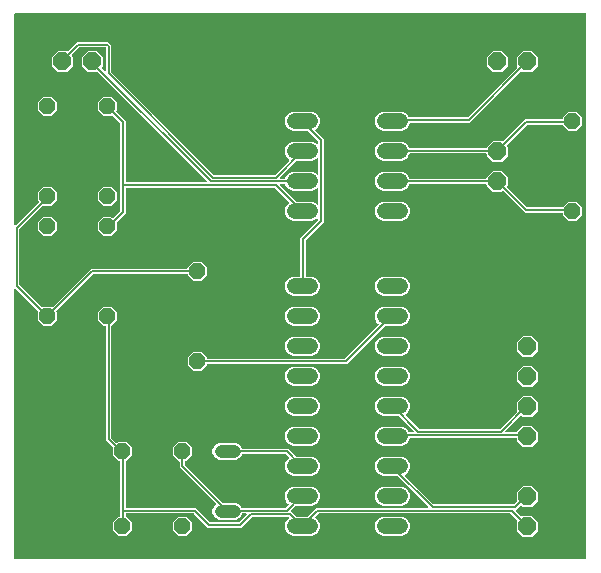
<source format=gbr>
G04 EAGLE Gerber RS-274X export*
G75*
%MOMM*%
%FSLAX34Y34*%
%LPD*%
%INTop Copper*%
%IPPOS*%
%AMOC8*
5,1,8,0,0,1.08239X$1,22.5*%
G01*
%ADD10P,1.632244X8X202.500000*%
%ADD11P,1.429621X8X202.500000*%
%ADD12P,1.632244X8X22.500000*%
%ADD13C,1.320800*%
%ADD14C,1.117600*%
%ADD15P,1.429621X8X112.500000*%
%ADD16P,1.632244X8X112.500000*%
%ADD17C,0.152400*%

G36*
X493798Y10164D02*
X493798Y10164D01*
X493817Y10162D01*
X493919Y10184D01*
X494021Y10200D01*
X494038Y10210D01*
X494058Y10214D01*
X494147Y10267D01*
X494238Y10316D01*
X494252Y10330D01*
X494269Y10340D01*
X494336Y10419D01*
X494408Y10494D01*
X494416Y10512D01*
X494429Y10527D01*
X494468Y10623D01*
X494511Y10717D01*
X494513Y10737D01*
X494521Y10755D01*
X494539Y10922D01*
X494539Y471578D01*
X494536Y471598D01*
X494538Y471617D01*
X494516Y471719D01*
X494500Y471821D01*
X494490Y471838D01*
X494486Y471858D01*
X494433Y471947D01*
X494384Y472038D01*
X494370Y472052D01*
X494360Y472069D01*
X494281Y472136D01*
X494206Y472208D01*
X494188Y472216D01*
X494173Y472229D01*
X494077Y472268D01*
X493983Y472311D01*
X493963Y472313D01*
X493945Y472321D01*
X493778Y472339D01*
X10922Y472339D01*
X10902Y472336D01*
X10883Y472338D01*
X10781Y472316D01*
X10679Y472300D01*
X10662Y472290D01*
X10642Y472286D01*
X10553Y472233D01*
X10462Y472184D01*
X10448Y472170D01*
X10431Y472160D01*
X10364Y472081D01*
X10292Y472006D01*
X10284Y471988D01*
X10271Y471973D01*
X10232Y471877D01*
X10189Y471783D01*
X10187Y471763D01*
X10179Y471745D01*
X10161Y471578D01*
X10161Y293616D01*
X10172Y293546D01*
X10174Y293474D01*
X10192Y293425D01*
X10200Y293374D01*
X10234Y293310D01*
X10259Y293243D01*
X10291Y293202D01*
X10316Y293156D01*
X10367Y293107D01*
X10412Y293051D01*
X10456Y293023D01*
X10494Y292987D01*
X10559Y292957D01*
X10619Y292918D01*
X10670Y292905D01*
X10717Y292883D01*
X10788Y292875D01*
X10858Y292858D01*
X10910Y292862D01*
X10961Y292856D01*
X11032Y292871D01*
X11103Y292877D01*
X11151Y292897D01*
X11202Y292908D01*
X11263Y292945D01*
X11329Y292973D01*
X11385Y293018D01*
X11413Y293035D01*
X11428Y293052D01*
X11460Y293078D01*
X30705Y312323D01*
X30717Y312339D01*
X30732Y312351D01*
X30788Y312439D01*
X30848Y312523D01*
X30854Y312542D01*
X30865Y312558D01*
X30890Y312659D01*
X30921Y312758D01*
X30920Y312778D01*
X30925Y312797D01*
X30917Y312900D01*
X30914Y313004D01*
X30908Y313022D01*
X30906Y313042D01*
X30866Y313137D01*
X30830Y313235D01*
X30817Y313250D01*
X30810Y313268D01*
X30705Y313399D01*
X29971Y314133D01*
X29971Y320867D01*
X34733Y325629D01*
X41467Y325629D01*
X46229Y320867D01*
X46229Y314133D01*
X41467Y309371D01*
X34537Y309371D01*
X34446Y309357D01*
X34356Y309349D01*
X34326Y309337D01*
X34294Y309332D01*
X34213Y309289D01*
X34129Y309253D01*
X34097Y309227D01*
X34076Y309216D01*
X34054Y309193D01*
X33998Y309148D01*
X14702Y289852D01*
X14649Y289778D01*
X14589Y289708D01*
X14577Y289678D01*
X14558Y289652D01*
X14531Y289565D01*
X14497Y289480D01*
X14493Y289439D01*
X14486Y289417D01*
X14487Y289385D01*
X14479Y289313D01*
X14479Y243071D01*
X14480Y243064D01*
X14480Y243062D01*
X14493Y242980D01*
X14501Y242890D01*
X14513Y242860D01*
X14518Y242828D01*
X14561Y242747D01*
X14597Y242663D01*
X14623Y242631D01*
X14634Y242610D01*
X14657Y242588D01*
X14702Y242532D01*
X33431Y223803D01*
X33447Y223791D01*
X33459Y223776D01*
X33547Y223720D01*
X33631Y223660D01*
X33650Y223654D01*
X33666Y223643D01*
X33767Y223618D01*
X33866Y223587D01*
X33886Y223588D01*
X33905Y223583D01*
X34008Y223591D01*
X34111Y223594D01*
X34130Y223600D01*
X34150Y223602D01*
X34245Y223642D01*
X34343Y223678D01*
X34358Y223691D01*
X34376Y223698D01*
X34507Y223803D01*
X34733Y224029D01*
X41467Y224029D01*
X41693Y223803D01*
X41709Y223791D01*
X41721Y223776D01*
X41808Y223720D01*
X41892Y223660D01*
X41911Y223654D01*
X41928Y223643D01*
X42029Y223618D01*
X42127Y223587D01*
X42147Y223588D01*
X42167Y223583D01*
X42270Y223591D01*
X42373Y223594D01*
X42392Y223600D01*
X42412Y223602D01*
X42507Y223642D01*
X42604Y223678D01*
X42620Y223691D01*
X42638Y223698D01*
X42769Y223803D01*
X75253Y256287D01*
X156210Y256287D01*
X156230Y256290D01*
X156249Y256288D01*
X156351Y256310D01*
X156453Y256326D01*
X156470Y256336D01*
X156490Y256340D01*
X156579Y256393D01*
X156670Y256442D01*
X156684Y256456D01*
X156701Y256466D01*
X156768Y256545D01*
X156840Y256620D01*
X156848Y256638D01*
X156861Y256653D01*
X156900Y256749D01*
X156943Y256843D01*
X156945Y256863D01*
X156953Y256881D01*
X156971Y257048D01*
X156971Y257367D01*
X161733Y262129D01*
X168467Y262129D01*
X173229Y257367D01*
X173229Y250633D01*
X168467Y245871D01*
X161733Y245871D01*
X156971Y250633D01*
X156971Y250952D01*
X156968Y250972D01*
X156970Y250991D01*
X156948Y251093D01*
X156932Y251195D01*
X156922Y251212D01*
X156918Y251232D01*
X156865Y251321D01*
X156816Y251412D01*
X156802Y251426D01*
X156792Y251443D01*
X156713Y251510D01*
X156638Y251582D01*
X156620Y251590D01*
X156605Y251603D01*
X156509Y251642D01*
X156415Y251685D01*
X156395Y251687D01*
X156377Y251695D01*
X156210Y251713D01*
X77463Y251713D01*
X77372Y251699D01*
X77282Y251691D01*
X77252Y251679D01*
X77220Y251674D01*
X77139Y251631D01*
X77055Y251595D01*
X77023Y251569D01*
X77002Y251558D01*
X76980Y251535D01*
X76924Y251490D01*
X46003Y220569D01*
X45991Y220553D01*
X45976Y220541D01*
X45920Y220453D01*
X45860Y220369D01*
X45854Y220350D01*
X45843Y220334D01*
X45818Y220233D01*
X45787Y220134D01*
X45788Y220114D01*
X45783Y220095D01*
X45791Y219992D01*
X45794Y219889D01*
X45800Y219870D01*
X45802Y219850D01*
X45842Y219755D01*
X45878Y219657D01*
X45891Y219642D01*
X45898Y219624D01*
X46003Y219493D01*
X46229Y219267D01*
X46229Y212533D01*
X41467Y207771D01*
X34733Y207771D01*
X29971Y212533D01*
X29971Y219267D01*
X30197Y219493D01*
X30209Y219509D01*
X30224Y219521D01*
X30280Y219608D01*
X30340Y219692D01*
X30346Y219711D01*
X30357Y219728D01*
X30382Y219829D01*
X30413Y219927D01*
X30412Y219947D01*
X30417Y219967D01*
X30409Y220070D01*
X30406Y220173D01*
X30400Y220192D01*
X30398Y220212D01*
X30358Y220307D01*
X30322Y220404D01*
X30309Y220420D01*
X30302Y220438D01*
X30197Y220569D01*
X11469Y239297D01*
X11461Y239305D01*
X11403Y239347D01*
X11350Y239397D01*
X11304Y239419D01*
X11262Y239449D01*
X11193Y239470D01*
X11127Y239501D01*
X11076Y239506D01*
X11027Y239522D01*
X10955Y239520D01*
X10883Y239528D01*
X10832Y239517D01*
X10781Y239516D01*
X10713Y239491D01*
X10642Y239476D01*
X10598Y239449D01*
X10550Y239432D01*
X10493Y239386D01*
X10431Y239349D01*
X10398Y239310D01*
X10358Y239278D01*
X10318Y239217D01*
X10271Y239162D01*
X10252Y239115D01*
X10224Y239072D01*
X10206Y239002D01*
X10179Y238934D01*
X10171Y238864D01*
X10164Y238833D01*
X10165Y238810D01*
X10161Y238768D01*
X10161Y10922D01*
X10164Y10902D01*
X10162Y10883D01*
X10184Y10781D01*
X10200Y10679D01*
X10210Y10662D01*
X10214Y10642D01*
X10267Y10553D01*
X10316Y10462D01*
X10330Y10448D01*
X10340Y10431D01*
X10419Y10364D01*
X10494Y10292D01*
X10512Y10284D01*
X10527Y10271D01*
X10623Y10232D01*
X10717Y10189D01*
X10737Y10187D01*
X10755Y10179D01*
X10922Y10161D01*
X493778Y10161D01*
X493798Y10164D01*
G37*
%LPC*%
G36*
X245779Y233171D02*
X245779Y233171D01*
X242791Y234409D01*
X240505Y236695D01*
X239267Y239683D01*
X239267Y242917D01*
X240505Y245905D01*
X242791Y248191D01*
X245779Y249429D01*
X251460Y249429D01*
X251480Y249432D01*
X251499Y249430D01*
X251601Y249452D01*
X251703Y249468D01*
X251720Y249478D01*
X251740Y249482D01*
X251829Y249535D01*
X251920Y249584D01*
X251934Y249598D01*
X251951Y249608D01*
X252018Y249687D01*
X252090Y249762D01*
X252098Y249780D01*
X252111Y249795D01*
X252150Y249891D01*
X252193Y249985D01*
X252195Y250005D01*
X252203Y250023D01*
X252221Y250190D01*
X252221Y282379D01*
X267238Y297396D01*
X267283Y297459D01*
X267308Y297485D01*
X267313Y297495D01*
X267351Y297540D01*
X267363Y297570D01*
X267382Y297596D01*
X267409Y297683D01*
X267443Y297768D01*
X267447Y297809D01*
X267454Y297831D01*
X267453Y297863D01*
X267461Y297935D01*
X267461Y298324D01*
X267450Y298394D01*
X267448Y298466D01*
X267430Y298515D01*
X267422Y298566D01*
X267388Y298630D01*
X267363Y298697D01*
X267331Y298738D01*
X267306Y298784D01*
X267254Y298833D01*
X267210Y298889D01*
X267166Y298917D01*
X267128Y298953D01*
X267063Y298983D01*
X267003Y299022D01*
X266952Y299035D01*
X266905Y299057D01*
X266834Y299065D01*
X266764Y299082D01*
X266712Y299078D01*
X266661Y299084D01*
X266590Y299069D01*
X266519Y299063D01*
X266471Y299043D01*
X266420Y299032D01*
X266359Y298995D01*
X266293Y298967D01*
X266237Y298922D01*
X266209Y298905D01*
X266194Y298888D01*
X266162Y298862D01*
X265209Y297909D01*
X262221Y296671D01*
X245779Y296671D01*
X242791Y297909D01*
X240505Y300195D01*
X239267Y303183D01*
X239267Y306417D01*
X240505Y309405D01*
X242795Y311695D01*
X242807Y311711D01*
X242822Y311723D01*
X242878Y311810D01*
X242938Y311894D01*
X242944Y311913D01*
X242955Y311930D01*
X242980Y312031D01*
X243011Y312129D01*
X243010Y312149D01*
X243015Y312169D01*
X243007Y312272D01*
X243004Y312375D01*
X242998Y312394D01*
X242996Y312414D01*
X242956Y312509D01*
X242920Y312606D01*
X242907Y312622D01*
X242900Y312640D01*
X242795Y312771D01*
X230924Y324642D01*
X230850Y324695D01*
X230780Y324755D01*
X230750Y324767D01*
X230724Y324786D01*
X230637Y324813D01*
X230552Y324847D01*
X230511Y324851D01*
X230489Y324858D01*
X230457Y324857D01*
X230385Y324865D01*
X105156Y324865D01*
X105136Y324862D01*
X105117Y324864D01*
X105015Y324842D01*
X104913Y324826D01*
X104896Y324816D01*
X104876Y324812D01*
X104787Y324759D01*
X104696Y324710D01*
X104682Y324696D01*
X104665Y324686D01*
X104598Y324607D01*
X104526Y324532D01*
X104518Y324514D01*
X104505Y324499D01*
X104466Y324403D01*
X104423Y324309D01*
X104421Y324289D01*
X104413Y324271D01*
X104395Y324104D01*
X104395Y303345D01*
X97252Y296202D01*
X97199Y296128D01*
X97139Y296058D01*
X97127Y296028D01*
X97108Y296002D01*
X97081Y295915D01*
X97047Y295830D01*
X97043Y295789D01*
X97036Y295767D01*
X97037Y295735D01*
X97029Y295663D01*
X97029Y288733D01*
X92267Y283971D01*
X85533Y283971D01*
X80771Y288733D01*
X80771Y295467D01*
X85533Y300229D01*
X92267Y300229D01*
X93001Y299495D01*
X93017Y299483D01*
X93029Y299468D01*
X93116Y299412D01*
X93200Y299352D01*
X93219Y299346D01*
X93236Y299335D01*
X93337Y299310D01*
X93435Y299279D01*
X93455Y299280D01*
X93475Y299275D01*
X93578Y299283D01*
X93681Y299286D01*
X93700Y299292D01*
X93720Y299294D01*
X93815Y299334D01*
X93912Y299370D01*
X93928Y299383D01*
X93946Y299390D01*
X94077Y299495D01*
X99598Y305016D01*
X99645Y305081D01*
X99661Y305098D01*
X99664Y305105D01*
X99711Y305160D01*
X99723Y305190D01*
X99742Y305216D01*
X99769Y305303D01*
X99803Y305388D01*
X99807Y305429D01*
X99814Y305451D01*
X99813Y305483D01*
X99821Y305555D01*
X99821Y379229D01*
X99807Y379320D01*
X99799Y379410D01*
X99787Y379440D01*
X99782Y379472D01*
X99739Y379553D01*
X99703Y379637D01*
X99677Y379669D01*
X99666Y379690D01*
X99643Y379712D01*
X99598Y379768D01*
X93569Y385797D01*
X93553Y385809D01*
X93541Y385824D01*
X93453Y385880D01*
X93369Y385940D01*
X93350Y385946D01*
X93334Y385957D01*
X93233Y385982D01*
X93134Y386013D01*
X93114Y386012D01*
X93095Y386017D01*
X92992Y386009D01*
X92889Y386006D01*
X92870Y386000D01*
X92850Y385998D01*
X92755Y385958D01*
X92657Y385922D01*
X92642Y385909D01*
X92624Y385902D01*
X92493Y385797D01*
X92267Y385571D01*
X85533Y385571D01*
X80771Y390333D01*
X80771Y397067D01*
X85533Y401829D01*
X92267Y401829D01*
X97029Y397067D01*
X97029Y390333D01*
X96803Y390107D01*
X96791Y390091D01*
X96776Y390079D01*
X96720Y389992D01*
X96660Y389908D01*
X96654Y389889D01*
X96643Y389872D01*
X96618Y389771D01*
X96587Y389673D01*
X96588Y389653D01*
X96583Y389633D01*
X96591Y389530D01*
X96594Y389427D01*
X96600Y389408D01*
X96602Y389388D01*
X96642Y389293D01*
X96678Y389196D01*
X96691Y389180D01*
X96698Y389162D01*
X96803Y389031D01*
X104395Y381439D01*
X104395Y330200D01*
X104398Y330180D01*
X104396Y330161D01*
X104418Y330059D01*
X104434Y329957D01*
X104444Y329940D01*
X104448Y329920D01*
X104501Y329831D01*
X104550Y329740D01*
X104564Y329726D01*
X104574Y329709D01*
X104653Y329642D01*
X104728Y329570D01*
X104746Y329562D01*
X104761Y329549D01*
X104857Y329510D01*
X104951Y329467D01*
X104971Y329465D01*
X104989Y329457D01*
X105156Y329439D01*
X172474Y329439D01*
X172544Y329450D01*
X172616Y329452D01*
X172665Y329470D01*
X172716Y329478D01*
X172780Y329512D01*
X172847Y329537D01*
X172888Y329569D01*
X172934Y329594D01*
X172983Y329645D01*
X173039Y329690D01*
X173067Y329734D01*
X173103Y329772D01*
X173133Y329837D01*
X173172Y329897D01*
X173185Y329948D01*
X173207Y329995D01*
X173215Y330066D01*
X173232Y330136D01*
X173228Y330188D01*
X173234Y330239D01*
X173219Y330310D01*
X173213Y330381D01*
X173193Y330429D01*
X173182Y330480D01*
X173145Y330541D01*
X173117Y330607D01*
X173072Y330663D01*
X173055Y330691D01*
X173038Y330706D01*
X173012Y330738D01*
X81023Y422727D01*
X81007Y422739D01*
X80994Y422754D01*
X80907Y422810D01*
X80823Y422871D01*
X80804Y422876D01*
X80787Y422887D01*
X80687Y422912D01*
X80588Y422943D01*
X80568Y422942D01*
X80549Y422947D01*
X80446Y422939D01*
X80342Y422937D01*
X80324Y422930D01*
X80304Y422928D01*
X80209Y422888D01*
X80111Y422852D01*
X80096Y422840D01*
X80077Y422832D01*
X79957Y422735D01*
X72445Y422735D01*
X67135Y428045D01*
X67135Y435555D01*
X72445Y440865D01*
X79955Y440865D01*
X85265Y435555D01*
X85265Y428045D01*
X84257Y427038D01*
X84245Y427021D01*
X84230Y427009D01*
X84174Y426922D01*
X84113Y426838D01*
X84108Y426819D01*
X84097Y426802D01*
X84071Y426702D01*
X84041Y426603D01*
X84042Y426583D01*
X84037Y426563D01*
X84045Y426460D01*
X84047Y426357D01*
X84054Y426338D01*
X84056Y426318D01*
X84096Y426223D01*
X84132Y426126D01*
X84144Y426110D01*
X84152Y426092D01*
X84257Y425961D01*
X86330Y423888D01*
X86388Y423846D01*
X86440Y423797D01*
X86487Y423775D01*
X86529Y423745D01*
X86598Y423724D01*
X86663Y423693D01*
X86715Y423688D01*
X86765Y423672D01*
X86836Y423674D01*
X86907Y423666D01*
X86958Y423677D01*
X87010Y423679D01*
X87078Y423703D01*
X87148Y423718D01*
X87192Y423745D01*
X87241Y423763D01*
X87297Y423808D01*
X87359Y423845D01*
X87393Y423884D01*
X87433Y423917D01*
X87472Y423977D01*
X87519Y424032D01*
X87538Y424080D01*
X87566Y424124D01*
X87584Y424193D01*
X87611Y424260D01*
X87619Y424331D01*
X87627Y424362D01*
X87625Y424386D01*
X87629Y424426D01*
X87629Y442976D01*
X87626Y442996D01*
X87628Y443015D01*
X87606Y443117D01*
X87590Y443219D01*
X87580Y443236D01*
X87576Y443256D01*
X87523Y443345D01*
X87474Y443436D01*
X87460Y443450D01*
X87450Y443467D01*
X87371Y443534D01*
X87296Y443606D01*
X87278Y443614D01*
X87263Y443627D01*
X87167Y443666D01*
X87073Y443709D01*
X87053Y443711D01*
X87035Y443719D01*
X86868Y443737D01*
X65271Y443737D01*
X65180Y443723D01*
X65090Y443715D01*
X65060Y443703D01*
X65028Y443698D01*
X64947Y443655D01*
X64863Y443619D01*
X64831Y443593D01*
X64810Y443582D01*
X64788Y443559D01*
X64732Y443514D01*
X58857Y437639D01*
X58845Y437623D01*
X58830Y437610D01*
X58774Y437523D01*
X58713Y437439D01*
X58708Y437420D01*
X58697Y437404D01*
X58671Y437303D01*
X58641Y437204D01*
X58642Y437184D01*
X58637Y437165D01*
X58645Y437062D01*
X58647Y436958D01*
X58654Y436940D01*
X58656Y436920D01*
X58696Y436825D01*
X58732Y436727D01*
X58744Y436712D01*
X58752Y436693D01*
X58857Y436562D01*
X59865Y435555D01*
X59865Y428045D01*
X54555Y422735D01*
X47045Y422735D01*
X41735Y428045D01*
X41735Y435555D01*
X47045Y440865D01*
X54558Y440865D01*
X54563Y440861D01*
X54575Y440846D01*
X54662Y440790D01*
X54746Y440729D01*
X54765Y440724D01*
X54782Y440713D01*
X54882Y440688D01*
X54981Y440657D01*
X55001Y440658D01*
X55021Y440653D01*
X55124Y440661D01*
X55227Y440663D01*
X55246Y440670D01*
X55266Y440672D01*
X55361Y440712D01*
X55458Y440748D01*
X55474Y440760D01*
X55492Y440768D01*
X55623Y440873D01*
X63061Y448311D01*
X89339Y448311D01*
X92203Y445447D01*
X92203Y422903D01*
X92217Y422812D01*
X92225Y422722D01*
X92237Y422692D01*
X92242Y422660D01*
X92285Y422579D01*
X92321Y422495D01*
X92347Y422463D01*
X92358Y422442D01*
X92381Y422420D01*
X92426Y422364D01*
X179032Y335758D01*
X179106Y335705D01*
X179176Y335645D01*
X179206Y335633D01*
X179232Y335614D01*
X179319Y335587D01*
X179404Y335553D01*
X179445Y335549D01*
X179467Y335542D01*
X179499Y335543D01*
X179571Y335535D01*
X230385Y335535D01*
X230476Y335549D01*
X230566Y335557D01*
X230596Y335569D01*
X230628Y335574D01*
X230709Y335617D01*
X230793Y335653D01*
X230825Y335679D01*
X230846Y335690D01*
X230868Y335713D01*
X230924Y335758D01*
X242795Y347629D01*
X242807Y347645D01*
X242822Y347657D01*
X242851Y347703D01*
X242875Y347728D01*
X242891Y347762D01*
X242938Y347829D01*
X242944Y347848D01*
X242955Y347864D01*
X242975Y347943D01*
X242978Y347951D01*
X242980Y347962D01*
X242980Y347965D01*
X243011Y348064D01*
X243010Y348084D01*
X243015Y348103D01*
X243007Y348206D01*
X243004Y348309D01*
X242998Y348328D01*
X242996Y348348D01*
X242956Y348443D01*
X242920Y348541D01*
X242907Y348556D01*
X242900Y348574D01*
X242795Y348705D01*
X240505Y350995D01*
X239267Y353983D01*
X239267Y357217D01*
X240505Y360205D01*
X242791Y362491D01*
X245779Y363729D01*
X262221Y363729D01*
X265209Y362491D01*
X266162Y361538D01*
X266220Y361496D01*
X266272Y361447D01*
X266319Y361425D01*
X266361Y361394D01*
X266430Y361373D01*
X266495Y361343D01*
X266547Y361337D01*
X266597Y361322D01*
X266668Y361324D01*
X266739Y361316D01*
X266790Y361327D01*
X266842Y361328D01*
X266910Y361353D01*
X266980Y361368D01*
X267025Y361395D01*
X267073Y361413D01*
X267129Y361458D01*
X267191Y361495D01*
X267225Y361534D01*
X267265Y361567D01*
X267304Y361627D01*
X267351Y361681D01*
X267370Y361730D01*
X267398Y361774D01*
X267416Y361843D01*
X267443Y361910D01*
X267451Y361981D01*
X267459Y362012D01*
X267457Y362035D01*
X267461Y362076D01*
X267461Y363989D01*
X267447Y364080D01*
X267439Y364170D01*
X267427Y364200D01*
X267422Y364232D01*
X267379Y364313D01*
X267343Y364397D01*
X267317Y364429D01*
X267306Y364450D01*
X267283Y364472D01*
X267238Y364528D01*
X259118Y372648D01*
X259044Y372701D01*
X258974Y372761D01*
X258944Y372773D01*
X258918Y372792D01*
X258831Y372819D01*
X258746Y372853D01*
X258705Y372857D01*
X258683Y372864D01*
X258651Y372863D01*
X258579Y372871D01*
X245779Y372871D01*
X242791Y374109D01*
X240505Y376395D01*
X239267Y379383D01*
X239267Y382617D01*
X240505Y385605D01*
X242791Y387891D01*
X245779Y389129D01*
X262221Y389129D01*
X265209Y387891D01*
X267495Y385605D01*
X268733Y382617D01*
X268733Y379383D01*
X267495Y376395D01*
X265205Y374105D01*
X265193Y374089D01*
X265178Y374077D01*
X265122Y373990D01*
X265062Y373906D01*
X265056Y373887D01*
X265045Y373870D01*
X265020Y373769D01*
X264989Y373671D01*
X264990Y373651D01*
X264985Y373631D01*
X264993Y373528D01*
X264996Y373425D01*
X265002Y373406D01*
X265004Y373386D01*
X265044Y373291D01*
X265080Y373194D01*
X265093Y373178D01*
X265100Y373160D01*
X265205Y373029D01*
X272035Y366199D01*
X272035Y295725D01*
X257018Y280708D01*
X256965Y280634D01*
X256905Y280564D01*
X256893Y280534D01*
X256874Y280508D01*
X256847Y280421D01*
X256813Y280336D01*
X256809Y280295D01*
X256802Y280273D01*
X256803Y280241D01*
X256795Y280169D01*
X256795Y250190D01*
X256798Y250170D01*
X256796Y250151D01*
X256818Y250049D01*
X256834Y249947D01*
X256844Y249930D01*
X256848Y249910D01*
X256901Y249821D01*
X256950Y249730D01*
X256964Y249716D01*
X256974Y249699D01*
X257053Y249632D01*
X257128Y249560D01*
X257146Y249552D01*
X257161Y249539D01*
X257257Y249500D01*
X257351Y249457D01*
X257371Y249455D01*
X257389Y249447D01*
X257556Y249429D01*
X262221Y249429D01*
X265209Y248191D01*
X267495Y245905D01*
X268733Y242917D01*
X268733Y239683D01*
X267495Y236695D01*
X265209Y234409D01*
X262221Y233171D01*
X245779Y233171D01*
G37*
%LPD*%
%LPC*%
G36*
X440745Y29035D02*
X440745Y29035D01*
X435435Y34345D01*
X435435Y41855D01*
X435935Y42354D01*
X435947Y42371D01*
X435962Y42383D01*
X435997Y42438D01*
X436025Y42466D01*
X436041Y42502D01*
X436079Y42554D01*
X436084Y42573D01*
X436095Y42590D01*
X436111Y42653D01*
X436128Y42689D01*
X436133Y42730D01*
X436151Y42789D01*
X436150Y42809D01*
X436155Y42829D01*
X436150Y42891D01*
X436155Y42934D01*
X436146Y42976D01*
X436145Y43035D01*
X436138Y43054D01*
X436136Y43074D01*
X436113Y43128D01*
X436103Y43174D01*
X436079Y43214D01*
X436060Y43266D01*
X436048Y43282D01*
X436040Y43300D01*
X435992Y43360D01*
X435977Y43385D01*
X435960Y43400D01*
X435935Y43431D01*
X430568Y48798D01*
X430494Y48851D01*
X430424Y48911D01*
X430394Y48923D01*
X430368Y48942D01*
X430281Y48969D01*
X430196Y49003D01*
X430155Y49007D01*
X430133Y49014D01*
X430101Y49013D01*
X430029Y49021D01*
X267963Y49021D01*
X267872Y49007D01*
X267782Y48999D01*
X267752Y48987D01*
X267720Y48982D01*
X267639Y48939D01*
X267555Y48903D01*
X267523Y48877D01*
X267502Y48866D01*
X267480Y48843D01*
X267424Y48798D01*
X264889Y46263D01*
X264862Y46226D01*
X264828Y46195D01*
X264791Y46126D01*
X264745Y46063D01*
X264732Y46019D01*
X264710Y45979D01*
X264696Y45903D01*
X264673Y45828D01*
X264674Y45782D01*
X264666Y45737D01*
X264677Y45660D01*
X264679Y45582D01*
X264695Y45539D01*
X264702Y45494D01*
X264737Y45424D01*
X264764Y45351D01*
X264792Y45315D01*
X264813Y45274D01*
X264869Y45220D01*
X264917Y45159D01*
X264956Y45134D01*
X264989Y45102D01*
X265109Y45036D01*
X265124Y45026D01*
X265129Y45025D01*
X265136Y45021D01*
X265209Y44991D01*
X267495Y42705D01*
X268733Y39717D01*
X268733Y36483D01*
X267495Y33495D01*
X265209Y31209D01*
X262221Y29971D01*
X245779Y29971D01*
X242791Y31209D01*
X240505Y33495D01*
X239267Y36483D01*
X239267Y39717D01*
X240505Y42705D01*
X242474Y44674D01*
X242516Y44732D01*
X242565Y44784D01*
X242587Y44831D01*
X242618Y44873D01*
X242639Y44942D01*
X242669Y45007D01*
X242675Y45059D01*
X242690Y45109D01*
X242688Y45180D01*
X242696Y45251D01*
X242685Y45302D01*
X242684Y45354D01*
X242659Y45422D01*
X242644Y45492D01*
X242617Y45537D01*
X242599Y45585D01*
X242554Y45641D01*
X242517Y45703D01*
X242478Y45737D01*
X242445Y45777D01*
X242385Y45816D01*
X242331Y45863D01*
X242282Y45882D01*
X242238Y45910D01*
X242169Y45928D01*
X242102Y45955D01*
X242031Y45963D01*
X242000Y45971D01*
X241977Y45969D01*
X241936Y45973D01*
X211574Y45973D01*
X211484Y45959D01*
X211393Y45951D01*
X211364Y45939D01*
X211332Y45934D01*
X211251Y45891D01*
X211167Y45855D01*
X211135Y45829D01*
X211114Y45818D01*
X211092Y45795D01*
X211036Y45750D01*
X203678Y38392D01*
X202115Y36829D01*
X174313Y36829D01*
X162344Y48798D01*
X162270Y48851D01*
X162200Y48911D01*
X162170Y48923D01*
X162144Y48942D01*
X162057Y48969D01*
X161972Y49003D01*
X161931Y49007D01*
X161909Y49014D01*
X161877Y49013D01*
X161805Y49021D01*
X105156Y49021D01*
X105136Y49018D01*
X105117Y49020D01*
X105015Y48998D01*
X104913Y48982D01*
X104896Y48972D01*
X104876Y48968D01*
X104787Y48915D01*
X104696Y48866D01*
X104682Y48852D01*
X104665Y48842D01*
X104598Y48763D01*
X104526Y48688D01*
X104518Y48670D01*
X104505Y48655D01*
X104466Y48559D01*
X104423Y48465D01*
X104421Y48445D01*
X104413Y48427D01*
X104395Y48260D01*
X104395Y46990D01*
X104398Y46970D01*
X104396Y46951D01*
X104418Y46849D01*
X104434Y46747D01*
X104444Y46730D01*
X104448Y46710D01*
X104501Y46621D01*
X104550Y46530D01*
X104564Y46516D01*
X104574Y46499D01*
X104653Y46432D01*
X104728Y46360D01*
X104746Y46352D01*
X104761Y46339D01*
X104857Y46300D01*
X104928Y46267D01*
X109729Y41467D01*
X109729Y34733D01*
X104967Y29971D01*
X98233Y29971D01*
X93471Y34733D01*
X93471Y41467D01*
X98233Y46229D01*
X99060Y46229D01*
X99080Y46232D01*
X99099Y46230D01*
X99201Y46252D01*
X99303Y46268D01*
X99320Y46278D01*
X99340Y46282D01*
X99429Y46335D01*
X99520Y46384D01*
X99534Y46398D01*
X99551Y46408D01*
X99618Y46487D01*
X99690Y46562D01*
X99698Y46580D01*
X99711Y46595D01*
X99750Y46691D01*
X99793Y46785D01*
X99795Y46805D01*
X99803Y46823D01*
X99821Y46990D01*
X99821Y92710D01*
X99818Y92730D01*
X99820Y92749D01*
X99798Y92851D01*
X99782Y92953D01*
X99772Y92970D01*
X99768Y92990D01*
X99715Y93079D01*
X99666Y93170D01*
X99652Y93184D01*
X99642Y93201D01*
X99563Y93268D01*
X99488Y93340D01*
X99470Y93348D01*
X99455Y93361D01*
X99359Y93400D01*
X99265Y93443D01*
X99245Y93445D01*
X99227Y93453D01*
X99060Y93471D01*
X98233Y93471D01*
X93471Y98233D01*
X93471Y105163D01*
X93457Y105254D01*
X93449Y105344D01*
X93437Y105374D01*
X93432Y105406D01*
X93389Y105487D01*
X93353Y105571D01*
X93327Y105603D01*
X93316Y105624D01*
X93293Y105646D01*
X93248Y105702D01*
X87629Y111321D01*
X87629Y207010D01*
X87626Y207030D01*
X87628Y207049D01*
X87606Y207151D01*
X87590Y207253D01*
X87580Y207270D01*
X87576Y207290D01*
X87523Y207379D01*
X87474Y207470D01*
X87460Y207484D01*
X87450Y207501D01*
X87371Y207568D01*
X87296Y207640D01*
X87278Y207648D01*
X87263Y207661D01*
X87167Y207700D01*
X87073Y207743D01*
X87053Y207745D01*
X87035Y207753D01*
X86868Y207771D01*
X85533Y207771D01*
X80771Y212533D01*
X80771Y219267D01*
X85533Y224029D01*
X92267Y224029D01*
X97029Y219267D01*
X97029Y212533D01*
X92426Y207930D01*
X92373Y207856D01*
X92313Y207787D01*
X92301Y207756D01*
X92282Y207730D01*
X92255Y207643D01*
X92221Y207558D01*
X92217Y207517D01*
X92210Y207495D01*
X92211Y207463D01*
X92203Y207392D01*
X92203Y113531D01*
X92217Y113440D01*
X92225Y113350D01*
X92237Y113320D01*
X92242Y113288D01*
X92285Y113207D01*
X92321Y113123D01*
X92347Y113091D01*
X92358Y113070D01*
X92381Y113048D01*
X92426Y112992D01*
X96423Y108995D01*
X96439Y108983D01*
X96451Y108968D01*
X96539Y108912D01*
X96623Y108852D01*
X96642Y108846D01*
X96658Y108835D01*
X96759Y108810D01*
X96858Y108779D01*
X96878Y108780D01*
X96897Y108775D01*
X97000Y108783D01*
X97103Y108786D01*
X97122Y108792D01*
X97142Y108794D01*
X97237Y108834D01*
X97335Y108870D01*
X97350Y108883D01*
X97368Y108890D01*
X97499Y108995D01*
X98233Y109729D01*
X104967Y109729D01*
X109729Y104967D01*
X109729Y98233D01*
X104930Y93434D01*
X104913Y93432D01*
X104896Y93422D01*
X104876Y93418D01*
X104787Y93365D01*
X104696Y93316D01*
X104682Y93302D01*
X104665Y93292D01*
X104598Y93213D01*
X104526Y93138D01*
X104518Y93120D01*
X104505Y93105D01*
X104466Y93009D01*
X104423Y92915D01*
X104421Y92895D01*
X104413Y92877D01*
X104395Y92710D01*
X104395Y54356D01*
X104398Y54336D01*
X104396Y54317D01*
X104418Y54215D01*
X104434Y54113D01*
X104444Y54096D01*
X104448Y54076D01*
X104501Y53987D01*
X104550Y53896D01*
X104564Y53882D01*
X104574Y53865D01*
X104653Y53798D01*
X104728Y53726D01*
X104746Y53718D01*
X104761Y53705D01*
X104857Y53666D01*
X104951Y53623D01*
X104971Y53621D01*
X104989Y53613D01*
X105156Y53595D01*
X164015Y53595D01*
X175984Y41626D01*
X176058Y41573D01*
X176128Y41513D01*
X176158Y41501D01*
X176184Y41482D01*
X176271Y41455D01*
X176356Y41421D01*
X176397Y41417D01*
X176419Y41410D01*
X176451Y41411D01*
X176523Y41403D01*
X199906Y41403D01*
X199996Y41417D01*
X200087Y41425D01*
X200116Y41437D01*
X200148Y41442D01*
X200229Y41485D01*
X200313Y41521D01*
X200345Y41547D01*
X200366Y41558D01*
X200388Y41581D01*
X200444Y41626D01*
X206540Y47722D01*
X206582Y47780D01*
X206631Y47832D01*
X206653Y47879D01*
X206683Y47921D01*
X206704Y47990D01*
X206735Y48055D01*
X206740Y48107D01*
X206756Y48157D01*
X206754Y48228D01*
X206762Y48299D01*
X206751Y48350D01*
X206749Y48402D01*
X206725Y48470D01*
X206710Y48540D01*
X206683Y48584D01*
X206665Y48633D01*
X206620Y48689D01*
X206583Y48751D01*
X206544Y48785D01*
X206511Y48825D01*
X206451Y48864D01*
X206396Y48911D01*
X206348Y48930D01*
X206304Y48958D01*
X206235Y48976D01*
X206168Y49003D01*
X206097Y49011D01*
X206066Y49019D01*
X206042Y49017D01*
X206002Y49021D01*
X203559Y49021D01*
X203444Y49002D01*
X203328Y48985D01*
X203322Y48983D01*
X203316Y48982D01*
X203213Y48927D01*
X203108Y48874D01*
X203104Y48869D01*
X203099Y48866D01*
X203019Y48782D01*
X202936Y48698D01*
X202933Y48692D01*
X202929Y48688D01*
X202921Y48671D01*
X202855Y48551D01*
X202118Y46771D01*
X200117Y44770D01*
X197503Y43687D01*
X183497Y43687D01*
X180883Y44770D01*
X178882Y46771D01*
X177799Y49385D01*
X177799Y52215D01*
X178882Y54829D01*
X180775Y56722D01*
X180787Y56738D01*
X180802Y56751D01*
X180859Y56838D01*
X180919Y56922D01*
X180925Y56941D01*
X180935Y56958D01*
X180961Y57058D01*
X180991Y57157D01*
X180991Y57177D01*
X180996Y57196D01*
X180988Y57299D01*
X180985Y57403D01*
X180978Y57422D01*
X180976Y57441D01*
X180936Y57536D01*
X180900Y57634D01*
X180888Y57650D01*
X180880Y57668D01*
X180775Y57799D01*
X150113Y88461D01*
X150113Y92710D01*
X150110Y92730D01*
X150112Y92749D01*
X150090Y92851D01*
X150074Y92953D01*
X150064Y92970D01*
X150060Y92990D01*
X150007Y93079D01*
X149958Y93170D01*
X149944Y93184D01*
X149934Y93201D01*
X149855Y93268D01*
X149780Y93340D01*
X149762Y93348D01*
X149747Y93361D01*
X149651Y93400D01*
X149557Y93443D01*
X149537Y93445D01*
X149519Y93453D01*
X149352Y93471D01*
X149033Y93471D01*
X144271Y98233D01*
X144271Y104967D01*
X149033Y109729D01*
X155767Y109729D01*
X160529Y104967D01*
X160529Y98233D01*
X155767Y93471D01*
X155448Y93471D01*
X155428Y93468D01*
X155409Y93470D01*
X155307Y93448D01*
X155205Y93432D01*
X155188Y93422D01*
X155168Y93418D01*
X155079Y93365D01*
X154988Y93316D01*
X154974Y93302D01*
X154957Y93292D01*
X154890Y93213D01*
X154818Y93138D01*
X154810Y93120D01*
X154797Y93105D01*
X154758Y93009D01*
X154715Y92915D01*
X154713Y92895D01*
X154705Y92877D01*
X154687Y92710D01*
X154687Y90671D01*
X154701Y90580D01*
X154709Y90490D01*
X154721Y90460D01*
X154726Y90428D01*
X154769Y90347D01*
X154805Y90263D01*
X154831Y90231D01*
X154842Y90210D01*
X154865Y90188D01*
X154910Y90132D01*
X186906Y58136D01*
X186980Y58083D01*
X187050Y58023D01*
X187080Y58011D01*
X187106Y57992D01*
X187193Y57965D01*
X187278Y57931D01*
X187319Y57927D01*
X187341Y57920D01*
X187373Y57921D01*
X187445Y57913D01*
X197503Y57913D01*
X200117Y56830D01*
X202118Y54829D01*
X202434Y54065D01*
X202496Y53965D01*
X202556Y53865D01*
X202561Y53861D01*
X202564Y53856D01*
X202654Y53781D01*
X202743Y53705D01*
X202749Y53703D01*
X202754Y53699D01*
X202862Y53657D01*
X202971Y53613D01*
X202979Y53612D01*
X202983Y53611D01*
X203001Y53610D01*
X203138Y53595D01*
X239529Y53595D01*
X239620Y53609D01*
X239710Y53617D01*
X239740Y53629D01*
X239772Y53634D01*
X239853Y53677D01*
X239937Y53713D01*
X239969Y53739D01*
X239990Y53750D01*
X240012Y53773D01*
X240068Y53818D01*
X242287Y56037D01*
X242299Y56053D01*
X242314Y56065D01*
X242370Y56153D01*
X242430Y56237D01*
X242436Y56256D01*
X242447Y56272D01*
X242472Y56373D01*
X242503Y56472D01*
X242502Y56492D01*
X242507Y56511D01*
X242499Y56614D01*
X242496Y56717D01*
X242490Y56736D01*
X242488Y56756D01*
X242448Y56851D01*
X242412Y56949D01*
X242399Y56964D01*
X242392Y56982D01*
X242312Y57082D01*
X242308Y57088D01*
X242305Y57091D01*
X242287Y57113D01*
X240505Y58895D01*
X239267Y61883D01*
X239267Y65117D01*
X240505Y68105D01*
X242791Y70391D01*
X245779Y71629D01*
X262221Y71629D01*
X265209Y70391D01*
X267495Y68105D01*
X268733Y65117D01*
X268733Y61883D01*
X267495Y58895D01*
X265209Y56609D01*
X262221Y55371D01*
X248405Y55371D01*
X248314Y55357D01*
X248224Y55349D01*
X248194Y55337D01*
X248162Y55332D01*
X248081Y55289D01*
X247997Y55253D01*
X247965Y55227D01*
X247944Y55216D01*
X247922Y55193D01*
X247866Y55148D01*
X244564Y51846D01*
X244552Y51830D01*
X244537Y51818D01*
X244509Y51774D01*
X244473Y51736D01*
X244451Y51689D01*
X244421Y51647D01*
X244415Y51627D01*
X244404Y51611D01*
X244391Y51560D01*
X244369Y51513D01*
X244364Y51461D01*
X244348Y51411D01*
X244349Y51391D01*
X244344Y51372D01*
X244348Y51321D01*
X244342Y51269D01*
X244353Y51218D01*
X244355Y51166D01*
X244362Y51147D01*
X244363Y51127D01*
X244383Y51079D01*
X244394Y51028D01*
X244421Y50983D01*
X244439Y50935D01*
X244452Y50919D01*
X244459Y50901D01*
X244504Y50845D01*
X244521Y50817D01*
X244539Y50802D01*
X244564Y50770D01*
X248882Y46452D01*
X248956Y46399D01*
X249026Y46339D01*
X249056Y46327D01*
X249082Y46308D01*
X249169Y46281D01*
X249254Y46247D01*
X249295Y46243D01*
X249317Y46236D01*
X249349Y46237D01*
X249421Y46229D01*
X258072Y46229D01*
X258162Y46243D01*
X258253Y46251D01*
X258282Y46263D01*
X258314Y46268D01*
X258395Y46311D01*
X258479Y46347D01*
X258511Y46373D01*
X258532Y46384D01*
X258554Y46407D01*
X258610Y46452D01*
X265753Y53595D01*
X359926Y53595D01*
X359996Y53606D01*
X360068Y53608D01*
X360117Y53626D01*
X360168Y53634D01*
X360232Y53668D01*
X360299Y53693D01*
X360340Y53725D01*
X360386Y53750D01*
X360435Y53802D01*
X360491Y53846D01*
X360519Y53890D01*
X360555Y53928D01*
X360585Y53993D01*
X360624Y54053D01*
X360637Y54104D01*
X360659Y54151D01*
X360667Y54222D01*
X360684Y54292D01*
X360680Y54344D01*
X360686Y54395D01*
X360671Y54466D01*
X360665Y54537D01*
X360645Y54585D01*
X360634Y54636D01*
X360597Y54697D01*
X360569Y54763D01*
X360524Y54819D01*
X360507Y54847D01*
X360490Y54862D01*
X360464Y54894D01*
X334810Y80548D01*
X334736Y80601D01*
X334666Y80661D01*
X334636Y80673D01*
X334610Y80692D01*
X334523Y80719D01*
X334438Y80753D01*
X334397Y80757D01*
X334375Y80764D01*
X334343Y80763D01*
X334271Y80771D01*
X321979Y80771D01*
X318991Y82009D01*
X316705Y84295D01*
X315467Y87283D01*
X315467Y90517D01*
X316705Y93505D01*
X318991Y95791D01*
X321979Y97029D01*
X338421Y97029D01*
X341409Y95791D01*
X343695Y93505D01*
X344933Y90517D01*
X344933Y87283D01*
X343695Y84295D01*
X341409Y82009D01*
X341336Y81979D01*
X341297Y81954D01*
X341254Y81939D01*
X341193Y81890D01*
X341127Y81849D01*
X341098Y81814D01*
X341062Y81785D01*
X341020Y81720D01*
X340970Y81660D01*
X340953Y81617D01*
X340929Y81578D01*
X340910Y81503D01*
X340882Y81430D01*
X340880Y81384D01*
X340869Y81340D01*
X340875Y81262D01*
X340871Y81184D01*
X340884Y81140D01*
X340888Y81094D01*
X340918Y81023D01*
X340940Y80948D01*
X340966Y80910D01*
X340984Y80868D01*
X341069Y80761D01*
X341080Y80746D01*
X341084Y80743D01*
X341089Y80737D01*
X364960Y56866D01*
X365034Y56813D01*
X365104Y56753D01*
X365134Y56741D01*
X365160Y56722D01*
X365247Y56695D01*
X365332Y56661D01*
X365373Y56657D01*
X365395Y56650D01*
X365427Y56651D01*
X365499Y56643D01*
X433077Y56643D01*
X433168Y56657D01*
X433258Y56665D01*
X433288Y56677D01*
X433320Y56682D01*
X433401Y56725D01*
X433485Y56761D01*
X433517Y56787D01*
X433538Y56798D01*
X433560Y56821D01*
X433616Y56866D01*
X435427Y58677D01*
X435439Y58693D01*
X435454Y58706D01*
X435510Y58793D01*
X435571Y58877D01*
X435576Y58896D01*
X435587Y58913D01*
X435612Y59013D01*
X435643Y59112D01*
X435642Y59132D01*
X435647Y59151D01*
X435639Y59254D01*
X435637Y59358D01*
X435630Y59376D01*
X435628Y59396D01*
X435588Y59491D01*
X435552Y59589D01*
X435540Y59604D01*
X435532Y59623D01*
X435435Y59743D01*
X435435Y67255D01*
X440745Y72565D01*
X448255Y72565D01*
X453565Y67255D01*
X453565Y59745D01*
X448255Y54435D01*
X440745Y54435D01*
X439738Y55443D01*
X439721Y55455D01*
X439709Y55470D01*
X439622Y55526D01*
X439538Y55587D01*
X439519Y55592D01*
X439502Y55603D01*
X439402Y55629D01*
X439303Y55659D01*
X439283Y55658D01*
X439263Y55663D01*
X439160Y55655D01*
X439057Y55653D01*
X439038Y55646D01*
X439018Y55644D01*
X438923Y55604D01*
X438826Y55568D01*
X438810Y55556D01*
X438792Y55548D01*
X438661Y55443D01*
X435064Y51846D01*
X435053Y51830D01*
X435037Y51818D01*
X435009Y51774D01*
X434973Y51736D01*
X434951Y51689D01*
X434921Y51647D01*
X434915Y51628D01*
X434904Y51611D01*
X434891Y51560D01*
X434869Y51513D01*
X434864Y51461D01*
X434848Y51411D01*
X434849Y51392D01*
X434844Y51372D01*
X434848Y51320D01*
X434842Y51269D01*
X434853Y51217D01*
X434855Y51166D01*
X434861Y51147D01*
X434863Y51127D01*
X434883Y51079D01*
X434894Y51028D01*
X434921Y50983D01*
X434939Y50935D01*
X434951Y50919D01*
X434959Y50901D01*
X435004Y50845D01*
X435021Y50817D01*
X435038Y50802D01*
X435064Y50770D01*
X439169Y46665D01*
X439185Y46653D01*
X439198Y46638D01*
X439285Y46582D01*
X439369Y46521D01*
X439388Y46516D01*
X439405Y46505D01*
X439505Y46479D01*
X439604Y46449D01*
X439624Y46450D01*
X439643Y46445D01*
X439746Y46453D01*
X439850Y46455D01*
X439868Y46462D01*
X439888Y46464D01*
X439983Y46504D01*
X440081Y46540D01*
X440096Y46552D01*
X440115Y46560D01*
X440246Y46665D01*
X440745Y47165D01*
X448255Y47165D01*
X453565Y41855D01*
X453565Y34345D01*
X448255Y29035D01*
X440745Y29035D01*
G37*
%LPD*%
%LPC*%
G36*
X440745Y105235D02*
X440745Y105235D01*
X435435Y110545D01*
X435435Y112268D01*
X435432Y112288D01*
X435434Y112307D01*
X435412Y112409D01*
X435396Y112511D01*
X435386Y112528D01*
X435382Y112548D01*
X435329Y112637D01*
X435280Y112728D01*
X435266Y112742D01*
X435256Y112759D01*
X435177Y112826D01*
X435102Y112898D01*
X435084Y112906D01*
X435069Y112919D01*
X434973Y112958D01*
X434879Y113001D01*
X434859Y113003D01*
X434841Y113011D01*
X434674Y113029D01*
X345585Y113029D01*
X345470Y113010D01*
X345354Y112993D01*
X345348Y112991D01*
X345342Y112990D01*
X345239Y112935D01*
X345135Y112882D01*
X345130Y112877D01*
X345125Y112874D01*
X345045Y112790D01*
X344962Y112706D01*
X344959Y112700D01*
X344955Y112696D01*
X344947Y112679D01*
X344881Y112559D01*
X343695Y109695D01*
X341409Y107409D01*
X338421Y106171D01*
X321979Y106171D01*
X318991Y107409D01*
X316705Y109695D01*
X315467Y112683D01*
X315467Y115917D01*
X316705Y118905D01*
X318991Y121191D01*
X321979Y122429D01*
X338421Y122429D01*
X341409Y121191D01*
X343695Y118905D01*
X344040Y118073D01*
X344101Y117973D01*
X344161Y117873D01*
X344166Y117869D01*
X344169Y117864D01*
X344259Y117789D01*
X344348Y117713D01*
X344354Y117711D01*
X344359Y117707D01*
X344468Y117665D01*
X344576Y117621D01*
X344584Y117620D01*
X344588Y117619D01*
X344607Y117618D01*
X344743Y117603D01*
X347734Y117603D01*
X347804Y117614D01*
X347876Y117616D01*
X347925Y117634D01*
X347976Y117642D01*
X348040Y117676D01*
X348107Y117701D01*
X348148Y117733D01*
X348194Y117758D01*
X348243Y117810D01*
X348299Y117854D01*
X348327Y117898D01*
X348363Y117936D01*
X348393Y118001D01*
X348432Y118061D01*
X348445Y118112D01*
X348467Y118159D01*
X348475Y118230D01*
X348492Y118300D01*
X348488Y118352D01*
X348494Y118403D01*
X348479Y118474D01*
X348473Y118545D01*
X348453Y118593D01*
X348442Y118644D01*
X348405Y118705D01*
X348377Y118771D01*
X348332Y118827D01*
X348315Y118855D01*
X348298Y118870D01*
X348272Y118902D01*
X335826Y131348D01*
X335752Y131401D01*
X335682Y131461D01*
X335652Y131473D01*
X335626Y131492D01*
X335539Y131519D01*
X335454Y131553D01*
X335413Y131557D01*
X335391Y131564D01*
X335359Y131563D01*
X335287Y131571D01*
X321979Y131571D01*
X318991Y132809D01*
X316705Y135095D01*
X315467Y138083D01*
X315467Y141317D01*
X316705Y144305D01*
X318991Y146591D01*
X321979Y147829D01*
X338421Y147829D01*
X341409Y146591D01*
X343695Y144305D01*
X344933Y141317D01*
X344933Y138083D01*
X343695Y135095D01*
X341659Y133059D01*
X341647Y133043D01*
X341632Y133031D01*
X341576Y132944D01*
X341516Y132860D01*
X341510Y132841D01*
X341499Y132824D01*
X341474Y132723D01*
X341443Y132625D01*
X341444Y132605D01*
X341439Y132585D01*
X341447Y132482D01*
X341450Y132379D01*
X341456Y132360D01*
X341458Y132340D01*
X341498Y132245D01*
X341534Y132148D01*
X341547Y132132D01*
X341554Y132114D01*
X341659Y131983D01*
X352768Y120874D01*
X352842Y120821D01*
X352912Y120761D01*
X352942Y120749D01*
X352968Y120730D01*
X353055Y120703D01*
X353140Y120669D01*
X353181Y120665D01*
X353203Y120658D01*
X353235Y120659D01*
X353307Y120651D01*
X420885Y120651D01*
X420976Y120665D01*
X421066Y120673D01*
X421096Y120685D01*
X421128Y120690D01*
X421209Y120733D01*
X421293Y120769D01*
X421325Y120795D01*
X421346Y120806D01*
X421368Y120829D01*
X421424Y120874D01*
X435427Y134877D01*
X435439Y134893D01*
X435454Y134906D01*
X435510Y134993D01*
X435571Y135077D01*
X435576Y135096D01*
X435587Y135113D01*
X435612Y135213D01*
X435643Y135312D01*
X435642Y135332D01*
X435647Y135351D01*
X435639Y135454D01*
X435637Y135558D01*
X435630Y135576D01*
X435628Y135596D01*
X435588Y135691D01*
X435552Y135789D01*
X435540Y135804D01*
X435532Y135823D01*
X435435Y135943D01*
X435435Y143455D01*
X440745Y148765D01*
X448255Y148765D01*
X453565Y143455D01*
X453565Y135945D01*
X448255Y130635D01*
X440745Y130635D01*
X439738Y131643D01*
X439721Y131655D01*
X439709Y131670D01*
X439622Y131726D01*
X439538Y131787D01*
X439519Y131792D01*
X439502Y131803D01*
X439402Y131829D01*
X439303Y131859D01*
X439283Y131858D01*
X439263Y131863D01*
X439160Y131855D01*
X439057Y131853D01*
X439038Y131846D01*
X439018Y131844D01*
X438923Y131804D01*
X438826Y131768D01*
X438810Y131756D01*
X438792Y131748D01*
X438661Y131643D01*
X425920Y118902D01*
X425878Y118844D01*
X425829Y118792D01*
X425807Y118745D01*
X425777Y118703D01*
X425756Y118634D01*
X425725Y118569D01*
X425720Y118517D01*
X425704Y118467D01*
X425706Y118396D01*
X425698Y118325D01*
X425709Y118274D01*
X425711Y118222D01*
X425735Y118154D01*
X425750Y118084D01*
X425777Y118040D01*
X425795Y117991D01*
X425840Y117935D01*
X425877Y117873D01*
X425916Y117839D01*
X425949Y117799D01*
X426009Y117760D01*
X426064Y117713D01*
X426112Y117694D01*
X426156Y117666D01*
X426225Y117648D01*
X426292Y117621D01*
X426363Y117613D01*
X426394Y117605D01*
X426418Y117607D01*
X426458Y117603D01*
X434674Y117603D01*
X434694Y117606D01*
X434713Y117604D01*
X434815Y117626D01*
X434835Y117629D01*
X434855Y117631D01*
X434862Y117633D01*
X434917Y117642D01*
X434934Y117652D01*
X434954Y117656D01*
X435043Y117709D01*
X435056Y117716D01*
X435081Y117727D01*
X435091Y117735D01*
X435134Y117758D01*
X435148Y117772D01*
X435165Y117782D01*
X435197Y117819D01*
X435212Y117832D01*
X440745Y123365D01*
X448255Y123365D01*
X453565Y118055D01*
X453565Y110545D01*
X448255Y105235D01*
X440745Y105235D01*
G37*
%LPD*%
%LPC*%
G36*
X415345Y346535D02*
X415345Y346535D01*
X410035Y351845D01*
X410035Y353060D01*
X410032Y353080D01*
X410034Y353099D01*
X410012Y353201D01*
X409996Y353303D01*
X409986Y353320D01*
X409982Y353340D01*
X409929Y353429D01*
X409880Y353520D01*
X409866Y353534D01*
X409856Y353551D01*
X409777Y353618D01*
X409702Y353690D01*
X409684Y353698D01*
X409669Y353711D01*
X409573Y353750D01*
X409479Y353793D01*
X409459Y353795D01*
X409441Y353803D01*
X409274Y353821D01*
X345374Y353821D01*
X345260Y353802D01*
X345143Y353785D01*
X345138Y353783D01*
X345132Y353782D01*
X345029Y353727D01*
X344924Y353674D01*
X344920Y353669D01*
X344914Y353666D01*
X344834Y353582D01*
X344752Y353498D01*
X344748Y353492D01*
X344745Y353488D01*
X344737Y353471D01*
X344671Y353351D01*
X343695Y350995D01*
X341409Y348709D01*
X338421Y347471D01*
X321979Y347471D01*
X318991Y348709D01*
X316705Y350995D01*
X315467Y353983D01*
X315467Y357217D01*
X316705Y360205D01*
X318991Y362491D01*
X321979Y363729D01*
X338421Y363729D01*
X341409Y362491D01*
X343695Y360205D01*
X344250Y358865D01*
X344312Y358765D01*
X344372Y358665D01*
X344377Y358661D01*
X344380Y358656D01*
X344470Y358581D01*
X344559Y358505D01*
X344564Y358503D01*
X344569Y358499D01*
X344678Y358457D01*
X344787Y358413D01*
X344794Y358412D01*
X344799Y358411D01*
X344817Y358410D01*
X344954Y358395D01*
X409274Y358395D01*
X409294Y358398D01*
X409313Y358396D01*
X409415Y358418D01*
X409517Y358434D01*
X409534Y358444D01*
X409554Y358448D01*
X409643Y358501D01*
X409734Y358550D01*
X409748Y358564D01*
X409765Y358574D01*
X409832Y358653D01*
X409904Y358728D01*
X409912Y358746D01*
X409925Y358761D01*
X409964Y358857D01*
X410007Y358951D01*
X410009Y358971D01*
X410017Y358989D01*
X410035Y359156D01*
X410035Y359355D01*
X415345Y364665D01*
X422855Y364665D01*
X423100Y364419D01*
X423117Y364407D01*
X423129Y364392D01*
X423216Y364336D01*
X423300Y364275D01*
X423319Y364270D01*
X423336Y364259D01*
X423436Y364233D01*
X423535Y364203D01*
X423555Y364204D01*
X423575Y364199D01*
X423678Y364207D01*
X423781Y364209D01*
X423800Y364216D01*
X423820Y364218D01*
X423915Y364258D01*
X424012Y364294D01*
X424028Y364306D01*
X424046Y364314D01*
X424177Y364419D01*
X442537Y382779D01*
X473710Y382779D01*
X473730Y382782D01*
X473749Y382780D01*
X473851Y382802D01*
X473953Y382818D01*
X473970Y382828D01*
X473990Y382832D01*
X474079Y382885D01*
X474170Y382934D01*
X474184Y382948D01*
X474201Y382958D01*
X474268Y383037D01*
X474340Y383112D01*
X474348Y383130D01*
X474361Y383145D01*
X474400Y383241D01*
X474443Y383335D01*
X474445Y383355D01*
X474453Y383373D01*
X474471Y383540D01*
X474471Y384367D01*
X479233Y389129D01*
X485967Y389129D01*
X490729Y384367D01*
X490729Y377633D01*
X485967Y372871D01*
X479233Y372871D01*
X474434Y377670D01*
X474432Y377687D01*
X474422Y377704D01*
X474418Y377724D01*
X474365Y377813D01*
X474316Y377904D01*
X474302Y377918D01*
X474292Y377935D01*
X474213Y378002D01*
X474138Y378074D01*
X474120Y378082D01*
X474105Y378095D01*
X474009Y378134D01*
X473915Y378177D01*
X473895Y378179D01*
X473877Y378187D01*
X473710Y378205D01*
X444747Y378205D01*
X444656Y378191D01*
X444566Y378183D01*
X444536Y378171D01*
X444504Y378166D01*
X444423Y378123D01*
X444339Y378087D01*
X444307Y378061D01*
X444286Y378050D01*
X444264Y378027D01*
X444208Y377982D01*
X427411Y361185D01*
X427399Y361169D01*
X427384Y361156D01*
X427328Y361069D01*
X427267Y360985D01*
X427262Y360966D01*
X427251Y360949D01*
X427225Y360849D01*
X427195Y360750D01*
X427196Y360730D01*
X427191Y360711D01*
X427199Y360608D01*
X427201Y360504D01*
X427208Y360486D01*
X427210Y360466D01*
X427250Y360371D01*
X427286Y360273D01*
X427298Y360258D01*
X427306Y360239D01*
X427411Y360108D01*
X428165Y359355D01*
X428165Y351845D01*
X422855Y346535D01*
X415345Y346535D01*
G37*
%LPD*%
%LPC*%
G36*
X479233Y296671D02*
X479233Y296671D01*
X474471Y301433D01*
X474471Y302768D01*
X474468Y302788D01*
X474470Y302807D01*
X474448Y302909D01*
X474432Y303011D01*
X474422Y303028D01*
X474418Y303048D01*
X474365Y303137D01*
X474316Y303228D01*
X474302Y303242D01*
X474292Y303259D01*
X474213Y303326D01*
X474138Y303398D01*
X474120Y303406D01*
X474105Y303419D01*
X474009Y303458D01*
X473915Y303501D01*
X473895Y303503D01*
X473877Y303511D01*
X473710Y303529D01*
X442537Y303529D01*
X424431Y321635D01*
X424415Y321647D01*
X424402Y321662D01*
X424315Y321718D01*
X424231Y321779D01*
X424212Y321784D01*
X424195Y321795D01*
X424095Y321821D01*
X423996Y321851D01*
X423976Y321850D01*
X423957Y321855D01*
X423854Y321847D01*
X423750Y321845D01*
X423732Y321838D01*
X423712Y321836D01*
X423617Y321796D01*
X423519Y321760D01*
X423504Y321748D01*
X423485Y321740D01*
X423354Y321635D01*
X422855Y321135D01*
X415345Y321135D01*
X410035Y326445D01*
X410035Y327152D01*
X410032Y327172D01*
X410034Y327191D01*
X410012Y327293D01*
X409996Y327395D01*
X409986Y327412D01*
X409982Y327432D01*
X409929Y327521D01*
X409880Y327612D01*
X409866Y327626D01*
X409856Y327643D01*
X409777Y327710D01*
X409702Y327782D01*
X409684Y327790D01*
X409669Y327803D01*
X409573Y327842D01*
X409479Y327885D01*
X409459Y327887D01*
X409441Y327895D01*
X409274Y327913D01*
X345164Y327913D01*
X345049Y327894D01*
X344933Y327877D01*
X344927Y327875D01*
X344921Y327874D01*
X344819Y327819D01*
X344714Y327766D01*
X344709Y327761D01*
X344704Y327758D01*
X344624Y327674D01*
X344541Y327590D01*
X344538Y327584D01*
X344534Y327580D01*
X344527Y327563D01*
X344461Y327443D01*
X343695Y325595D01*
X341409Y323309D01*
X338421Y322071D01*
X321979Y322071D01*
X318991Y323309D01*
X316705Y325595D01*
X315467Y328583D01*
X315467Y331817D01*
X316705Y334805D01*
X318991Y337091D01*
X321979Y338329D01*
X338421Y338329D01*
X341409Y337091D01*
X343695Y334805D01*
X344461Y332957D01*
X344523Y332857D01*
X344582Y332757D01*
X344587Y332753D01*
X344590Y332748D01*
X344681Y332673D01*
X344769Y332597D01*
X344775Y332595D01*
X344780Y332591D01*
X344888Y332549D01*
X344997Y332505D01*
X345005Y332504D01*
X345009Y332503D01*
X345028Y332502D01*
X345164Y332487D01*
X409274Y332487D01*
X409294Y332490D01*
X409313Y332488D01*
X409415Y332510D01*
X409517Y332526D01*
X409534Y332536D01*
X409554Y332540D01*
X409643Y332593D01*
X409734Y332642D01*
X409748Y332656D01*
X409765Y332666D01*
X409832Y332745D01*
X409904Y332820D01*
X409912Y332838D01*
X409925Y332853D01*
X409964Y332949D01*
X410007Y333043D01*
X410009Y333063D01*
X410017Y333081D01*
X410035Y333248D01*
X410035Y333955D01*
X415345Y339265D01*
X422855Y339265D01*
X428165Y333955D01*
X428165Y326445D01*
X427665Y325946D01*
X427653Y325929D01*
X427638Y325917D01*
X427582Y325830D01*
X427521Y325746D01*
X427516Y325727D01*
X427505Y325710D01*
X427479Y325610D01*
X427449Y325511D01*
X427450Y325491D01*
X427445Y325471D01*
X427453Y325368D01*
X427455Y325265D01*
X427462Y325246D01*
X427464Y325226D01*
X427504Y325131D01*
X427540Y325034D01*
X427552Y325018D01*
X427560Y325000D01*
X427665Y324869D01*
X444208Y308326D01*
X444282Y308273D01*
X444352Y308213D01*
X444382Y308201D01*
X444408Y308182D01*
X444495Y308155D01*
X444580Y308121D01*
X444621Y308117D01*
X444643Y308110D01*
X444675Y308111D01*
X444747Y308103D01*
X474092Y308103D01*
X474182Y308117D01*
X474273Y308125D01*
X474302Y308137D01*
X474334Y308142D01*
X474415Y308185D01*
X474499Y308221D01*
X474531Y308247D01*
X474552Y308258D01*
X474574Y308281D01*
X474630Y308326D01*
X479233Y312929D01*
X485967Y312929D01*
X490729Y308167D01*
X490729Y301433D01*
X485967Y296671D01*
X479233Y296671D01*
G37*
%LPD*%
%LPC*%
G36*
X161733Y169671D02*
X161733Y169671D01*
X156971Y174433D01*
X156971Y181167D01*
X161733Y185929D01*
X168467Y185929D01*
X173229Y181167D01*
X173229Y180848D01*
X173232Y180828D01*
X173230Y180809D01*
X173252Y180707D01*
X173268Y180605D01*
X173278Y180588D01*
X173282Y180568D01*
X173335Y180479D01*
X173384Y180388D01*
X173398Y180374D01*
X173408Y180357D01*
X173487Y180290D01*
X173562Y180218D01*
X173580Y180210D01*
X173595Y180197D01*
X173691Y180158D01*
X173785Y180115D01*
X173805Y180113D01*
X173823Y180105D01*
X173990Y180087D01*
X289821Y180087D01*
X289912Y180101D01*
X290002Y180109D01*
X290032Y180121D01*
X290064Y180126D01*
X290145Y180169D01*
X290229Y180205D01*
X290261Y180231D01*
X290282Y180242D01*
X290304Y180265D01*
X290360Y180310D01*
X318487Y208437D01*
X318499Y208453D01*
X318514Y208465D01*
X318570Y208553D01*
X318630Y208637D01*
X318636Y208655D01*
X318647Y208672D01*
X318672Y208773D01*
X318703Y208872D01*
X318702Y208892D01*
X318707Y208911D01*
X318699Y209014D01*
X318696Y209117D01*
X318690Y209136D01*
X318688Y209156D01*
X318648Y209251D01*
X318612Y209349D01*
X318599Y209364D01*
X318592Y209382D01*
X318487Y209513D01*
X316705Y211295D01*
X315467Y214283D01*
X315467Y217517D01*
X316705Y220505D01*
X318991Y222791D01*
X321979Y224029D01*
X338421Y224029D01*
X341409Y222791D01*
X343695Y220505D01*
X344933Y217517D01*
X344933Y214283D01*
X343695Y211295D01*
X341409Y209009D01*
X338421Y207771D01*
X324604Y207771D01*
X324514Y207757D01*
X324423Y207749D01*
X324394Y207737D01*
X324362Y207732D01*
X324281Y207689D01*
X324197Y207653D01*
X324165Y207627D01*
X324144Y207616D01*
X324122Y207593D01*
X324066Y207548D01*
X292031Y175513D01*
X173990Y175513D01*
X173970Y175510D01*
X173951Y175512D01*
X173849Y175490D01*
X173747Y175474D01*
X173730Y175464D01*
X173710Y175460D01*
X173621Y175407D01*
X173530Y175358D01*
X173516Y175344D01*
X173499Y175334D01*
X173432Y175255D01*
X173360Y175180D01*
X173352Y175162D01*
X173339Y175147D01*
X173300Y175051D01*
X173257Y174957D01*
X173255Y174937D01*
X173247Y174919D01*
X173229Y174752D01*
X173229Y174433D01*
X168467Y169671D01*
X161733Y169671D01*
G37*
%LPD*%
%LPC*%
G36*
X321979Y372871D02*
X321979Y372871D01*
X318991Y374109D01*
X316705Y376395D01*
X315467Y379383D01*
X315467Y382617D01*
X316705Y385605D01*
X318991Y387891D01*
X321979Y389129D01*
X338421Y389129D01*
X341409Y387891D01*
X343695Y385605D01*
X344040Y384773D01*
X344101Y384673D01*
X344161Y384573D01*
X344166Y384569D01*
X344169Y384564D01*
X344259Y384489D01*
X344348Y384413D01*
X344354Y384411D01*
X344359Y384407D01*
X344467Y384365D01*
X344576Y384321D01*
X344584Y384320D01*
X344589Y384319D01*
X344607Y384318D01*
X344743Y384303D01*
X393453Y384303D01*
X393544Y384317D01*
X393634Y384325D01*
X393664Y384337D01*
X393696Y384342D01*
X393777Y384385D01*
X393861Y384421D01*
X393893Y384447D01*
X393914Y384458D01*
X393936Y384481D01*
X393992Y384526D01*
X435935Y426469D01*
X435947Y426485D01*
X435962Y426498D01*
X436018Y426585D01*
X436079Y426669D01*
X436084Y426688D01*
X436095Y426705D01*
X436121Y426805D01*
X436151Y426904D01*
X436150Y426924D01*
X436155Y426943D01*
X436147Y427046D01*
X436145Y427150D01*
X436138Y427168D01*
X436136Y427188D01*
X436096Y427283D01*
X436060Y427381D01*
X436048Y427396D01*
X436040Y427415D01*
X435935Y427546D01*
X435435Y428045D01*
X435435Y435555D01*
X440745Y440865D01*
X448255Y440865D01*
X453565Y435555D01*
X453565Y428045D01*
X448255Y422735D01*
X440745Y422735D01*
X440246Y423235D01*
X440229Y423247D01*
X440217Y423262D01*
X440130Y423318D01*
X440046Y423379D01*
X440027Y423384D01*
X440010Y423395D01*
X439910Y423421D01*
X439811Y423451D01*
X439791Y423450D01*
X439771Y423455D01*
X439668Y423447D01*
X439565Y423445D01*
X439546Y423438D01*
X439526Y423436D01*
X439431Y423396D01*
X439334Y423360D01*
X439318Y423348D01*
X439300Y423340D01*
X439169Y423235D01*
X397226Y381292D01*
X395663Y379729D01*
X345585Y379729D01*
X345470Y379710D01*
X345354Y379693D01*
X345348Y379691D01*
X345342Y379690D01*
X345239Y379635D01*
X345135Y379582D01*
X345130Y379577D01*
X345125Y379574D01*
X345045Y379490D01*
X344962Y379406D01*
X344959Y379400D01*
X344955Y379396D01*
X344947Y379379D01*
X344881Y379259D01*
X343695Y376395D01*
X341409Y374109D01*
X338421Y372871D01*
X321979Y372871D01*
G37*
%LPD*%
%LPC*%
G36*
X245779Y80771D02*
X245779Y80771D01*
X242791Y82009D01*
X240505Y84295D01*
X239267Y87283D01*
X239267Y90517D01*
X240505Y93505D01*
X242541Y95541D01*
X242553Y95557D01*
X242568Y95569D01*
X242624Y95656D01*
X242684Y95740D01*
X242690Y95759D01*
X242701Y95776D01*
X242726Y95877D01*
X242757Y95975D01*
X242756Y95995D01*
X242761Y96015D01*
X242753Y96118D01*
X242750Y96221D01*
X242744Y96240D01*
X242742Y96260D01*
X242702Y96355D01*
X242666Y96452D01*
X242653Y96468D01*
X242646Y96486D01*
X242541Y96617D01*
X240068Y99090D01*
X239994Y99143D01*
X239924Y99203D01*
X239894Y99215D01*
X239868Y99234D01*
X239781Y99261D01*
X239696Y99295D01*
X239655Y99299D01*
X239633Y99306D01*
X239601Y99305D01*
X239529Y99313D01*
X203348Y99313D01*
X203233Y99294D01*
X203117Y99277D01*
X203112Y99275D01*
X203105Y99274D01*
X203003Y99219D01*
X202898Y99166D01*
X202894Y99161D01*
X202888Y99158D01*
X202808Y99074D01*
X202726Y98990D01*
X202722Y98984D01*
X202719Y98980D01*
X202711Y98963D01*
X202645Y98843D01*
X202118Y97571D01*
X200117Y95570D01*
X197503Y94487D01*
X183497Y94487D01*
X180883Y95570D01*
X178882Y97571D01*
X177799Y100185D01*
X177799Y103015D01*
X178882Y105629D01*
X180883Y107630D01*
X183497Y108713D01*
X197503Y108713D01*
X200117Y107630D01*
X202118Y105629D01*
X202645Y104357D01*
X202707Y104257D01*
X202766Y104157D01*
X202771Y104153D01*
X202774Y104148D01*
X202865Y104073D01*
X202953Y103997D01*
X202959Y103995D01*
X202964Y103991D01*
X203072Y103949D01*
X203181Y103905D01*
X203189Y103904D01*
X203194Y103903D01*
X203212Y103902D01*
X203348Y103887D01*
X241739Y103887D01*
X248374Y97252D01*
X248448Y97199D01*
X248518Y97139D01*
X248548Y97127D01*
X248574Y97108D01*
X248661Y97081D01*
X248746Y97047D01*
X248787Y97043D01*
X248809Y97036D01*
X248841Y97037D01*
X248913Y97029D01*
X262221Y97029D01*
X265209Y95791D01*
X267495Y93505D01*
X268733Y90517D01*
X268733Y87283D01*
X267495Y84295D01*
X265209Y82009D01*
X262221Y80771D01*
X245779Y80771D01*
G37*
%LPD*%
%LPC*%
G36*
X321979Y296671D02*
X321979Y296671D01*
X318991Y297909D01*
X316705Y300195D01*
X315467Y303183D01*
X315467Y306417D01*
X316705Y309405D01*
X318991Y311691D01*
X321979Y312929D01*
X338421Y312929D01*
X341409Y311691D01*
X343695Y309405D01*
X344933Y306417D01*
X344933Y303183D01*
X343695Y300195D01*
X341409Y297909D01*
X338421Y296671D01*
X321979Y296671D01*
G37*
%LPD*%
%LPC*%
G36*
X321979Y233171D02*
X321979Y233171D01*
X318991Y234409D01*
X316705Y236695D01*
X315467Y239683D01*
X315467Y242917D01*
X316705Y245905D01*
X318991Y248191D01*
X321979Y249429D01*
X338421Y249429D01*
X341409Y248191D01*
X343695Y245905D01*
X344933Y242917D01*
X344933Y239683D01*
X343695Y236695D01*
X341409Y234409D01*
X338421Y233171D01*
X321979Y233171D01*
G37*
%LPD*%
%LPC*%
G36*
X245779Y207771D02*
X245779Y207771D01*
X242791Y209009D01*
X240505Y211295D01*
X239267Y214283D01*
X239267Y217517D01*
X240505Y220505D01*
X242791Y222791D01*
X245779Y224029D01*
X262221Y224029D01*
X265209Y222791D01*
X267495Y220505D01*
X268733Y217517D01*
X268733Y214283D01*
X267495Y211295D01*
X265209Y209009D01*
X262221Y207771D01*
X245779Y207771D01*
G37*
%LPD*%
%LPC*%
G36*
X321979Y182371D02*
X321979Y182371D01*
X318991Y183609D01*
X316705Y185895D01*
X315467Y188883D01*
X315467Y192117D01*
X316705Y195105D01*
X318991Y197391D01*
X321979Y198629D01*
X338421Y198629D01*
X341409Y197391D01*
X343695Y195105D01*
X344933Y192117D01*
X344933Y188883D01*
X343695Y185895D01*
X341409Y183609D01*
X338421Y182371D01*
X321979Y182371D01*
G37*
%LPD*%
%LPC*%
G36*
X245779Y182371D02*
X245779Y182371D01*
X242791Y183609D01*
X240505Y185895D01*
X239267Y188883D01*
X239267Y192117D01*
X240505Y195105D01*
X242791Y197391D01*
X245779Y198629D01*
X262221Y198629D01*
X265209Y197391D01*
X267495Y195105D01*
X268733Y192117D01*
X268733Y188883D01*
X267495Y185895D01*
X265209Y183609D01*
X262221Y182371D01*
X245779Y182371D01*
G37*
%LPD*%
%LPC*%
G36*
X321979Y156971D02*
X321979Y156971D01*
X318991Y158209D01*
X316705Y160495D01*
X315467Y163483D01*
X315467Y166717D01*
X316705Y169705D01*
X318991Y171991D01*
X321979Y173229D01*
X338421Y173229D01*
X341409Y171991D01*
X343695Y169705D01*
X344933Y166717D01*
X344933Y163483D01*
X343695Y160495D01*
X341409Y158209D01*
X338421Y156971D01*
X321979Y156971D01*
G37*
%LPD*%
%LPC*%
G36*
X245779Y156971D02*
X245779Y156971D01*
X242791Y158209D01*
X240505Y160495D01*
X239267Y163483D01*
X239267Y166717D01*
X240505Y169705D01*
X242791Y171991D01*
X245779Y173229D01*
X262221Y173229D01*
X265209Y171991D01*
X267495Y169705D01*
X268733Y166717D01*
X268733Y163483D01*
X267495Y160495D01*
X265209Y158209D01*
X262221Y156971D01*
X245779Y156971D01*
G37*
%LPD*%
%LPC*%
G36*
X245779Y131571D02*
X245779Y131571D01*
X242791Y132809D01*
X240505Y135095D01*
X239267Y138083D01*
X239267Y141317D01*
X240505Y144305D01*
X242791Y146591D01*
X245779Y147829D01*
X262221Y147829D01*
X265209Y146591D01*
X267495Y144305D01*
X268733Y141317D01*
X268733Y138083D01*
X267495Y135095D01*
X265209Y132809D01*
X262221Y131571D01*
X245779Y131571D01*
G37*
%LPD*%
%LPC*%
G36*
X245779Y106171D02*
X245779Y106171D01*
X242791Y107409D01*
X240505Y109695D01*
X239267Y112683D01*
X239267Y115917D01*
X240505Y118905D01*
X242791Y121191D01*
X245779Y122429D01*
X262221Y122429D01*
X265209Y121191D01*
X267495Y118905D01*
X268733Y115917D01*
X268733Y112683D01*
X267495Y109695D01*
X265209Y107409D01*
X262221Y106171D01*
X245779Y106171D01*
G37*
%LPD*%
%LPC*%
G36*
X321979Y55371D02*
X321979Y55371D01*
X318991Y56609D01*
X316705Y58895D01*
X315467Y61883D01*
X315467Y65117D01*
X316705Y68105D01*
X318991Y70391D01*
X321979Y71629D01*
X338421Y71629D01*
X341409Y70391D01*
X343695Y68105D01*
X344933Y65117D01*
X344933Y61883D01*
X343695Y58895D01*
X341409Y56609D01*
X338421Y55371D01*
X321979Y55371D01*
G37*
%LPD*%
%LPC*%
G36*
X321979Y29971D02*
X321979Y29971D01*
X318991Y31209D01*
X316705Y33495D01*
X315467Y36483D01*
X315467Y39717D01*
X316705Y42705D01*
X318991Y44991D01*
X321979Y46229D01*
X338421Y46229D01*
X341409Y44991D01*
X343695Y42705D01*
X344933Y39717D01*
X344933Y36483D01*
X343695Y33495D01*
X341409Y31209D01*
X338421Y29971D01*
X321979Y29971D01*
G37*
%LPD*%
%LPC*%
G36*
X415345Y422735D02*
X415345Y422735D01*
X410035Y428045D01*
X410035Y435555D01*
X415345Y440865D01*
X422855Y440865D01*
X428165Y435555D01*
X428165Y428045D01*
X422855Y422735D01*
X415345Y422735D01*
G37*
%LPD*%
%LPC*%
G36*
X440745Y181435D02*
X440745Y181435D01*
X435435Y186745D01*
X435435Y194255D01*
X440745Y199565D01*
X448255Y199565D01*
X453565Y194255D01*
X453565Y186745D01*
X448255Y181435D01*
X440745Y181435D01*
G37*
%LPD*%
%LPC*%
G36*
X440745Y156035D02*
X440745Y156035D01*
X435435Y161345D01*
X435435Y168855D01*
X440745Y174165D01*
X448255Y174165D01*
X453565Y168855D01*
X453565Y161345D01*
X448255Y156035D01*
X440745Y156035D01*
G37*
%LPD*%
G36*
X239151Y332506D02*
X239151Y332506D01*
X239267Y332523D01*
X239273Y332525D01*
X239279Y332526D01*
X239381Y332581D01*
X239486Y332634D01*
X239491Y332639D01*
X239496Y332642D01*
X239576Y332726D01*
X239659Y332810D01*
X239662Y332816D01*
X239666Y332820D01*
X239673Y332837D01*
X239739Y332957D01*
X240505Y334805D01*
X242791Y337091D01*
X245779Y338329D01*
X262221Y338329D01*
X265209Y337091D01*
X266162Y336138D01*
X266220Y336096D01*
X266272Y336047D01*
X266319Y336025D01*
X266361Y335994D01*
X266430Y335973D01*
X266495Y335943D01*
X266547Y335937D01*
X266597Y335922D01*
X266668Y335924D01*
X266739Y335916D01*
X266790Y335927D01*
X266842Y335928D01*
X266910Y335953D01*
X266980Y335968D01*
X267025Y335995D01*
X267073Y336013D01*
X267129Y336058D01*
X267191Y336095D01*
X267225Y336134D01*
X267265Y336167D01*
X267304Y336227D01*
X267351Y336281D01*
X267370Y336330D01*
X267398Y336374D01*
X267416Y336443D01*
X267443Y336510D01*
X267451Y336581D01*
X267459Y336612D01*
X267457Y336635D01*
X267461Y336676D01*
X267461Y349124D01*
X267450Y349194D01*
X267448Y349266D01*
X267430Y349315D01*
X267422Y349366D01*
X267388Y349430D01*
X267363Y349497D01*
X267331Y349538D01*
X267306Y349584D01*
X267254Y349633D01*
X267210Y349689D01*
X267166Y349717D01*
X267128Y349753D01*
X267063Y349783D01*
X267003Y349822D01*
X266952Y349835D01*
X266905Y349857D01*
X266834Y349865D01*
X266764Y349882D01*
X266712Y349878D01*
X266661Y349884D01*
X266590Y349869D01*
X266519Y349863D01*
X266471Y349843D01*
X266420Y349832D01*
X266359Y349795D01*
X266293Y349767D01*
X266237Y349722D01*
X266209Y349705D01*
X266194Y349688D01*
X266162Y349662D01*
X265209Y348709D01*
X262221Y347471D01*
X249420Y347471D01*
X249330Y347457D01*
X249239Y347449D01*
X249210Y347437D01*
X249178Y347432D01*
X249097Y347389D01*
X249013Y347353D01*
X248981Y347327D01*
X248960Y347316D01*
X248938Y347293D01*
X248882Y347248D01*
X235420Y333786D01*
X235378Y333728D01*
X235329Y333676D01*
X235307Y333629D01*
X235277Y333587D01*
X235256Y333518D01*
X235225Y333453D01*
X235220Y333401D01*
X235204Y333351D01*
X235206Y333280D01*
X235198Y333209D01*
X235209Y333158D01*
X235211Y333106D01*
X235235Y333038D01*
X235250Y332968D01*
X235277Y332924D01*
X235295Y332875D01*
X235340Y332819D01*
X235377Y332757D01*
X235416Y332723D01*
X235449Y332683D01*
X235509Y332644D01*
X235564Y332597D01*
X235612Y332578D01*
X235656Y332550D01*
X235725Y332532D01*
X235792Y332505D01*
X235863Y332497D01*
X235894Y332489D01*
X235918Y332491D01*
X235958Y332487D01*
X239036Y332487D01*
X239151Y332506D01*
G37*
G36*
X266790Y310527D02*
X266790Y310527D01*
X266842Y310528D01*
X266910Y310553D01*
X266980Y310568D01*
X267025Y310595D01*
X267073Y310613D01*
X267129Y310658D01*
X267191Y310695D01*
X267225Y310734D01*
X267265Y310767D01*
X267304Y310827D01*
X267351Y310881D01*
X267370Y310930D01*
X267398Y310974D01*
X267416Y311043D01*
X267443Y311110D01*
X267451Y311181D01*
X267459Y311212D01*
X267457Y311235D01*
X267461Y311276D01*
X267461Y323724D01*
X267450Y323794D01*
X267448Y323866D01*
X267430Y323915D01*
X267422Y323966D01*
X267388Y324030D01*
X267363Y324097D01*
X267331Y324138D01*
X267306Y324184D01*
X267254Y324233D01*
X267210Y324289D01*
X267166Y324317D01*
X267128Y324353D01*
X267063Y324383D01*
X267003Y324422D01*
X266952Y324435D01*
X266905Y324457D01*
X266834Y324465D01*
X266764Y324482D01*
X266712Y324478D01*
X266661Y324484D01*
X266590Y324469D01*
X266519Y324463D01*
X266471Y324443D01*
X266420Y324432D01*
X266359Y324395D01*
X266293Y324367D01*
X266237Y324322D01*
X266209Y324305D01*
X266194Y324288D01*
X266162Y324262D01*
X265209Y323309D01*
X262221Y322071D01*
X245779Y322071D01*
X242791Y323309D01*
X240505Y325595D01*
X239739Y327443D01*
X239677Y327543D01*
X239618Y327643D01*
X239613Y327647D01*
X239610Y327652D01*
X239519Y327727D01*
X239431Y327803D01*
X239425Y327805D01*
X239420Y327809D01*
X239312Y327851D01*
X239203Y327895D01*
X239195Y327896D01*
X239191Y327897D01*
X239172Y327898D01*
X239036Y327913D01*
X235958Y327913D01*
X235888Y327902D01*
X235816Y327900D01*
X235767Y327882D01*
X235716Y327874D01*
X235652Y327840D01*
X235585Y327815D01*
X235544Y327783D01*
X235498Y327758D01*
X235449Y327706D01*
X235393Y327662D01*
X235365Y327618D01*
X235329Y327580D01*
X235299Y327515D01*
X235260Y327455D01*
X235247Y327404D01*
X235225Y327357D01*
X235217Y327286D01*
X235200Y327216D01*
X235204Y327164D01*
X235198Y327113D01*
X235213Y327042D01*
X235219Y326971D01*
X235239Y326923D01*
X235250Y326872D01*
X235287Y326811D01*
X235315Y326745D01*
X235360Y326689D01*
X235377Y326661D01*
X235394Y326646D01*
X235420Y326614D01*
X248882Y313152D01*
X248956Y313099D01*
X249026Y313039D01*
X249056Y313027D01*
X249082Y313008D01*
X249169Y312981D01*
X249254Y312947D01*
X249295Y312943D01*
X249317Y312936D01*
X249349Y312937D01*
X249421Y312929D01*
X262221Y312929D01*
X265209Y311691D01*
X266162Y310738D01*
X266220Y310696D01*
X266272Y310647D01*
X266319Y310625D01*
X266361Y310594D01*
X266430Y310573D01*
X266495Y310543D01*
X266547Y310537D01*
X266597Y310522D01*
X266668Y310524D01*
X266739Y310516D01*
X266790Y310527D01*
G37*
%LPC*%
G36*
X34733Y385571D02*
X34733Y385571D01*
X29971Y390333D01*
X29971Y397067D01*
X34733Y401829D01*
X41467Y401829D01*
X46229Y397067D01*
X46229Y390333D01*
X41467Y385571D01*
X34733Y385571D01*
G37*
%LPD*%
%LPC*%
G36*
X85533Y309371D02*
X85533Y309371D01*
X80771Y314133D01*
X80771Y320867D01*
X85533Y325629D01*
X92267Y325629D01*
X97029Y320867D01*
X97029Y314133D01*
X92267Y309371D01*
X85533Y309371D01*
G37*
%LPD*%
%LPC*%
G36*
X34733Y283971D02*
X34733Y283971D01*
X29971Y288733D01*
X29971Y295467D01*
X34733Y300229D01*
X41467Y300229D01*
X46229Y295467D01*
X46229Y288733D01*
X41467Y283971D01*
X34733Y283971D01*
G37*
%LPD*%
%LPC*%
G36*
X149033Y29971D02*
X149033Y29971D01*
X144271Y34733D01*
X144271Y41467D01*
X149033Y46229D01*
X155767Y46229D01*
X160529Y41467D01*
X160529Y34733D01*
X155767Y29971D01*
X149033Y29971D01*
G37*
%LPD*%
D10*
X444500Y431800D03*
X419100Y431800D03*
X76200Y431800D03*
X50800Y431800D03*
D11*
X152400Y101600D03*
X101600Y101600D03*
X152400Y38100D03*
X101600Y38100D03*
D12*
X419100Y330200D03*
X419100Y355600D03*
D13*
X260604Y241300D02*
X247396Y241300D01*
X247396Y215900D02*
X260604Y215900D01*
X260604Y88900D02*
X247396Y88900D01*
X247396Y63500D02*
X260604Y63500D01*
X260604Y190500D02*
X247396Y190500D01*
X247396Y165100D02*
X260604Y165100D01*
X260604Y114300D02*
X247396Y114300D01*
X247396Y139700D02*
X260604Y139700D01*
X260604Y38100D02*
X247396Y38100D01*
X323596Y38100D02*
X336804Y38100D01*
X336804Y63500D02*
X323596Y63500D01*
X323596Y88900D02*
X336804Y88900D01*
X336804Y114300D02*
X323596Y114300D01*
X323596Y139700D02*
X336804Y139700D01*
X336804Y165100D02*
X323596Y165100D01*
X323596Y190500D02*
X336804Y190500D01*
X336804Y215900D02*
X323596Y215900D01*
X323596Y241300D02*
X336804Y241300D01*
X260604Y381000D02*
X247396Y381000D01*
X247396Y355600D02*
X260604Y355600D01*
X323596Y355600D02*
X336804Y355600D01*
X336804Y381000D02*
X323596Y381000D01*
X260604Y330200D02*
X247396Y330200D01*
X247396Y304800D02*
X260604Y304800D01*
X323596Y330200D02*
X336804Y330200D01*
X336804Y304800D02*
X323596Y304800D01*
D12*
X444500Y38100D03*
X444500Y63500D03*
D14*
X196088Y50800D02*
X184912Y50800D01*
X184912Y101600D02*
X196088Y101600D01*
D15*
X88900Y317500D03*
X88900Y393700D03*
X88900Y215900D03*
X88900Y292100D03*
X482600Y304800D03*
X482600Y381000D03*
X165100Y177800D03*
X165100Y254000D03*
X38100Y317500D03*
X38100Y393700D03*
X38100Y215900D03*
X38100Y292100D03*
D16*
X444500Y114300D03*
X444500Y139700D03*
X444500Y165100D03*
X444500Y190500D03*
D17*
X394716Y382016D02*
X444500Y431800D01*
X394716Y382016D02*
X330708Y382016D01*
X330200Y381000D01*
X102108Y101600D02*
X102108Y51308D01*
X102108Y39116D01*
X101600Y38100D01*
X101600Y101600D02*
X102108Y101600D01*
X89916Y112268D02*
X89916Y215900D01*
X89916Y112268D02*
X100584Y101600D01*
X89916Y215900D02*
X88900Y215900D01*
X100584Y101600D02*
X101600Y101600D01*
X243840Y48260D02*
X254000Y38100D01*
X243840Y48260D02*
X210312Y48260D01*
X201168Y39116D01*
X175260Y39116D01*
X163068Y51308D01*
X102108Y51308D01*
X431292Y51308D02*
X444500Y38100D01*
X431292Y51308D02*
X266700Y51308D01*
X254508Y39116D01*
X254000Y38100D01*
X231648Y333248D02*
X254000Y355600D01*
X231648Y333248D02*
X178308Y333248D01*
X89916Y421640D01*
X89916Y444500D01*
X88392Y446024D01*
X64008Y446024D01*
X50292Y432308D01*
X50800Y431800D01*
X176784Y330200D02*
X254000Y330200D01*
X176784Y330200D02*
X76200Y430784D01*
X76200Y431800D01*
X12192Y241808D02*
X38100Y215900D01*
X12192Y241808D02*
X12192Y290576D01*
X38100Y316484D01*
X38100Y317500D01*
X76200Y254000D02*
X165100Y254000D01*
X76200Y254000D02*
X38100Y215900D01*
X254508Y241808D02*
X254508Y281432D01*
X269748Y296672D01*
X269748Y365252D01*
X254000Y381000D01*
X254508Y241808D02*
X254000Y241300D01*
X102108Y304292D02*
X89916Y292100D01*
X102108Y327152D02*
X102108Y380492D01*
X102108Y327152D02*
X102108Y304292D01*
X102108Y380492D02*
X88900Y393700D01*
X88900Y292100D02*
X89916Y292100D01*
X231648Y327152D02*
X254000Y304800D01*
X231648Y327152D02*
X102108Y327152D01*
X330708Y356108D02*
X419100Y356108D01*
X330708Y356108D02*
X330200Y355600D01*
X443484Y380492D02*
X481584Y380492D01*
X443484Y380492D02*
X419100Y356108D01*
X481584Y380492D02*
X482600Y381000D01*
X419100Y356108D02*
X419100Y355600D01*
X443484Y305816D02*
X481584Y305816D01*
X443484Y305816D02*
X419100Y330200D01*
X481584Y305816D02*
X482600Y304800D01*
X419100Y330200D02*
X330200Y330200D01*
X240792Y51308D02*
X190500Y51308D01*
X240792Y51308D02*
X252984Y63500D01*
X254000Y63500D01*
X152400Y89408D02*
X152400Y101600D01*
X152400Y89408D02*
X190500Y51308D01*
X190500Y50800D01*
X190500Y101600D02*
X240792Y101600D01*
X252984Y89408D01*
X254000Y88900D01*
X291084Y177800D02*
X165100Y177800D01*
X291084Y177800D02*
X329184Y215900D01*
X330200Y215900D01*
X330708Y87884D02*
X364236Y54356D01*
X434340Y54356D01*
X443484Y63500D01*
X330708Y87884D02*
X330200Y88900D01*
X443484Y63500D02*
X444500Y63500D01*
X352044Y118364D02*
X330708Y139700D01*
X352044Y118364D02*
X422148Y118364D01*
X443484Y139700D01*
X330708Y139700D02*
X330200Y139700D01*
X443484Y139700D02*
X444500Y139700D01*
X443484Y115316D02*
X330708Y115316D01*
X330200Y114300D01*
X443484Y115316D02*
X444500Y114300D01*
M02*

</source>
